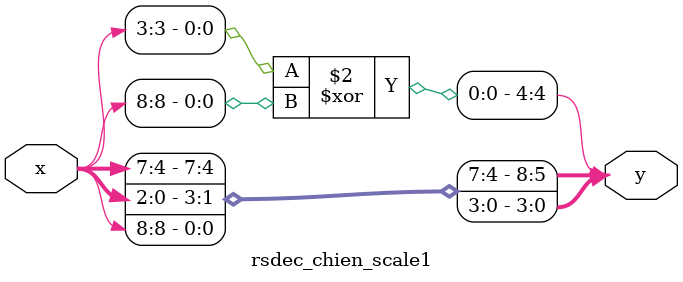
<source format=v>
module rsdec_chien_scale1 (y, x);
	input [8:0] x;
	output [8:0] y;
	reg [8:0] y;
	always @ (x)
	begin
		y[0] = x[8];
		y[1] = x[0];
		y[2] = x[1];
		y[3] = x[2];
		y[4] = x[3] ^ x[8];
		y[5] = x[4];
		y[6] = x[5];
		y[7] = x[6];
		y[8] = x[7];
	end
endmodule
</source>
